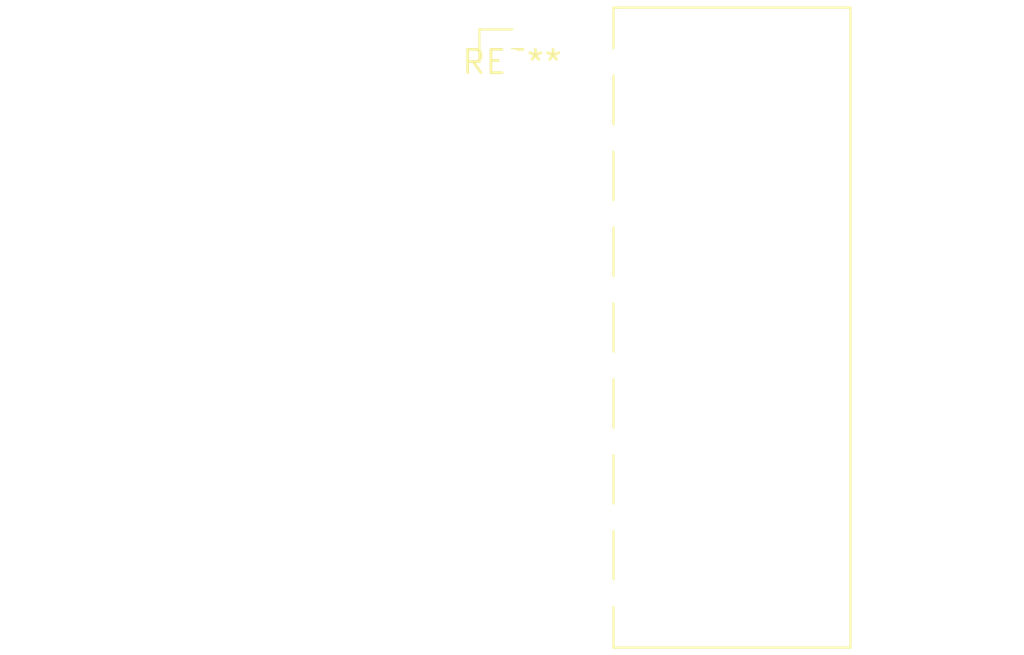
<source format=kicad_pcb>
(kicad_pcb (version 20240108) (generator pcbnew)
  (layers (0 "F.Cu" signal) (31 "B.Cu" signal) (34 "B.Paste" user) (35 "F.Paste" user) (36 "B.SilkS" user "B.Silkscreen") (37 "F.SilkS" user "F.Silkscreen") (38 "B.Mask" user) (39 "F.Mask" user) (44 "Edge.Cuts" user))
  (net 0 "")
  (footprint "TE_MATE-N-LOK_1-770974-x_2x08_P4.14mm_Horizontal" (layer "F.Cu") (at 0 0)
    (property "Reference" "REF**")
    (property "Value" "TE_MATE-N-LOK_1-770974-x_2x08_P4.14mm_Horizontal")
    (fp_line (start -1.78 -1.78) (end -1.78 0) (layer "F.SilkS") (stroke (width 0.12)))
    (fp_line (start 0 -1.78) (end -1.78 -1.78) (layer "F.SilkS") (stroke (width 0.12)))
    (fp_line (start 5.53 -2.97) (end 18.45 -2.97) (layer "F.SilkS") (stroke (width 0.12)))
    (fp_line (start 5.53 -0.751199) (end 5.53 -2.97) (layer "F.SilkS") (stroke (width 0.12)))
    (fp_line (start 5.53 0.751199) (end 5.53 3.388801) (layer "F.SilkS") (stroke (width 0.12)))
    (fp_line (start 5.53 4.891199) (end 5.53 7.528801) (layer "F.SilkS") (stroke (width 0.12)))
    (fp_line (start 5.53 9.031199) (end 5.53 11.668801) (layer "F.SilkS") (stroke (width 0.12)))
    (fp_line (start 5.53 13.171199) (end 5.53 15.808801) (layer "F.SilkS") (stroke (width 0.12)))
    (fp_line (start 5.53 17.311199) (end 5.53 19.948801) (layer "F.SilkS") (stroke (width 0.12)))
    (fp_line (start 5.53 21.451199) (end 5.53 24.088801) (layer "F.SilkS") (stroke (width 0.12)))
    (fp_line (start 5.53 25.591199) (end 5.53 28.228801) (layer "F.SilkS") (stroke (width 0.12)))
    (fp_line (start 5.53 31.95) (end 5.53 29.731199) (layer "F.SilkS") (stroke (width 0.12)))
    (fp_line (start 18.45 -2.97) (end 18.45 31.95) (layer "F.SilkS") (stroke (width 0.12)))
    (fp_line (start 18.45 31.95) (end 5.53 31.95) (layer "F.SilkS") (stroke (width 0.12)))
    (pad "" np_thru_hole circle (at 11.48 4.11) (size 3.86 3.86) (drill 3.86) (layers *.Cu *.Mask))
    (pad "" np_thru_hole circle (at 11.48 24.87) (size 3.86 3.86) (drill 3.86) (layers *.Cu *.Mask))
    (pad "1" thru_hole roundrect (at 0 0) (size 2.64 2.64) (drill 1.4) (layers *.Cu *.Mask) (remove_unused_layers) (roundrect_rratio 0.094697))
    (pad "2" thru_hole circle (at 0 4.14) (size 2.64 2.64) (drill 1.4) (layers *.Cu *.Mask) (remove_unused_layers))
    (pad "3" thru_hole circle (at 0 8.28) (size 2.64 2.64) (drill 1.4) (layers *.Cu *.Mask) (remove_unused_layers))
    (pad "4" thru_hole circle (at 0 12.42) (size 2.64 2.64) (drill 1.4) (layers *.Cu *.Mask) (remove_unused_layers))
    (pad "5" thru_hole circle (at 0 16.56) (size 2.64 2.64) (drill 1.4) (layers *.Cu *.Mask) (remove_unused_layers))
    (pad "6" thru_hole circle (at 0 20.7) (size 2.64 2.64) (drill 1.4) (layers *.Cu *.Mask) (remove_unused_layers))
    (pad "7" thru_hole circle (at 0 24.84) (size 2.64 2.64) (drill 1.4) (layers *.Cu *.Mask) (remove_unused_layers))
    (pad "8" thru_hole circle (at 0 28.98) (size 2.64 2.64) (drill 1.4) (layers *.Cu *.Mask) (remove_unused_layers))
    (pad "9" thru_hole circle (at 4.14 0) (size 2.64 2.64) (drill 1.4) (layers *.Cu *.Mask) (remove_unused_layers))
    (pad "10" thru_hole circle (at 4.14 4.14) (size 2.64 2.64) (drill 1.4) (layers *.Cu *.Mask) (remove_unused_layers))
    (pad "11" thru_hole circle (at 4.14 8.28) (size 2.64 2.64) (drill 1.4) (layers *.Cu *.Mask) (remove_unused_layers))
    (pad "12" thru_hole circle (at 4.14 12.42) (size 2.64 2.64) (drill 1.4) (layers *.Cu *.Mask) (remove_unused_layers))
    (pad "13" thru_hole circle (at 4.14 16.56) (size 2.64 2.64) (drill 1.4) (layers *.Cu *.Mask) (remove_unused_layers))
    (pad "14" thru_hole circle (at 4.14 20.7) (size 2.64 2.64) (drill 1.4) (layers *.Cu *.Mask) (remove_unused_layers))
    (pad "15" thru_hole circle (at 4.14 24.84) (size 2.64 2.64) (drill 1.4) (layers *.Cu *.Mask) (remove_unused_layers))
    (pad "16" thru_hole circle (at 4.14 28.98) (size 2.64 2.64) (drill 1.4) (layers *.Cu *.Mask) (remove_unused_layers))
  )
)
</source>
